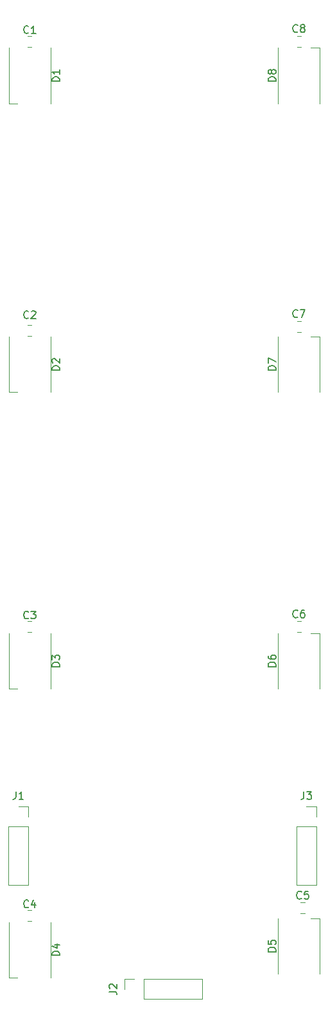
<source format=gbr>
%TF.GenerationSoftware,KiCad,Pcbnew,(5.1.6)-1*%
%TF.CreationDate,2020-10-09T22:46:55+01:00*%
%TF.ProjectId,LED Panel,4c454420-5061-46e6-956c-2e6b69636164,rev?*%
%TF.SameCoordinates,Original*%
%TF.FileFunction,Legend,Top*%
%TF.FilePolarity,Positive*%
%FSLAX46Y46*%
G04 Gerber Fmt 4.6, Leading zero omitted, Abs format (unit mm)*
G04 Created by KiCad (PCBNEW (5.1.6)-1) date 2020-10-09 22:46:55*
%MOMM*%
%LPD*%
G01*
G04 APERTURE LIST*
%ADD10C,0.120000*%
%ADD11C,0.150000*%
G04 APERTURE END LIST*
D10*
%TO.C,C1*%
X112758578Y-37290000D02*
X112241422Y-37290000D01*
X112758578Y-38710000D02*
X112241422Y-38710000D01*
%TO.C,C2*%
X112758578Y-76710000D02*
X112241422Y-76710000D01*
X112758578Y-75290000D02*
X112241422Y-75290000D01*
%TO.C,C3*%
X112758578Y-114290000D02*
X112241422Y-114290000D01*
X112758578Y-115710000D02*
X112241422Y-115710000D01*
%TO.C,C4*%
X112758578Y-153710000D02*
X112241422Y-153710000D01*
X112758578Y-152290000D02*
X112241422Y-152290000D01*
%TO.C,C5*%
X148241422Y-152710000D02*
X148758578Y-152710000D01*
X148241422Y-151290000D02*
X148758578Y-151290000D01*
%TO.C,C6*%
X147741422Y-114290000D02*
X148258578Y-114290000D01*
X147741422Y-115710000D02*
X148258578Y-115710000D01*
%TO.C,C7*%
X147741422Y-76210000D02*
X148258578Y-76210000D01*
X147741422Y-74790000D02*
X148258578Y-74790000D01*
%TO.C,C8*%
X147741422Y-37290000D02*
X148258578Y-37290000D01*
X147741422Y-38710000D02*
X148258578Y-38710000D01*
%TO.C,D1*%
X109750000Y-46150000D02*
X110900000Y-46150000D01*
X109750000Y-38850000D02*
X109750000Y-46150000D01*
X115250000Y-38850000D02*
X115250000Y-46150000D01*
%TO.C,D2*%
X115250000Y-76850000D02*
X115250000Y-84150000D01*
X109750000Y-76850000D02*
X109750000Y-84150000D01*
X109750000Y-84150000D02*
X110900000Y-84150000D01*
%TO.C,D3*%
X109750000Y-123150000D02*
X110900000Y-123150000D01*
X109750000Y-115850000D02*
X109750000Y-123150000D01*
X115250000Y-115850000D02*
X115250000Y-123150000D01*
%TO.C,D4*%
X115250000Y-153850000D02*
X115250000Y-161150000D01*
X109750000Y-153850000D02*
X109750000Y-161150000D01*
X109750000Y-161150000D02*
X110900000Y-161150000D01*
%TO.C,D5*%
X150750000Y-153350000D02*
X149600000Y-153350000D01*
X150750000Y-160650000D02*
X150750000Y-153350000D01*
X145250000Y-160650000D02*
X145250000Y-153350000D01*
%TO.C,D6*%
X145250000Y-123150000D02*
X145250000Y-115850000D01*
X150750000Y-123150000D02*
X150750000Y-115850000D01*
X150750000Y-115850000D02*
X149600000Y-115850000D01*
%TO.C,D7*%
X150750000Y-76850000D02*
X149600000Y-76850000D01*
X150750000Y-84150000D02*
X150750000Y-76850000D01*
X145250000Y-84150000D02*
X145250000Y-76850000D01*
%TO.C,D8*%
X145250000Y-46150000D02*
X145250000Y-38850000D01*
X150750000Y-46150000D02*
X150750000Y-38850000D01*
X150750000Y-38850000D02*
X149600000Y-38850000D01*
%TO.C,J1*%
X109670000Y-141270000D02*
X112330000Y-141270000D01*
X109670000Y-141270000D02*
X109670000Y-148950000D01*
X109670000Y-148950000D02*
X112330000Y-148950000D01*
X112330000Y-141270000D02*
X112330000Y-148950000D01*
X112330000Y-138670000D02*
X112330000Y-140000000D01*
X111000000Y-138670000D02*
X112330000Y-138670000D01*
%TO.C,J2*%
X127570000Y-163990000D02*
X127570000Y-161330000D01*
X127570000Y-163990000D02*
X135250000Y-163990000D01*
X135250000Y-163990000D02*
X135250000Y-161330000D01*
X127570000Y-161330000D02*
X135250000Y-161330000D01*
X124970000Y-161330000D02*
X126300000Y-161330000D01*
X124970000Y-162660000D02*
X124970000Y-161330000D01*
%TO.C,J3*%
X149000000Y-138670000D02*
X150330000Y-138670000D01*
X150330000Y-138670000D02*
X150330000Y-140000000D01*
X150330000Y-141270000D02*
X150330000Y-148950000D01*
X147670000Y-148950000D02*
X150330000Y-148950000D01*
X147670000Y-141270000D02*
X147670000Y-148950000D01*
X147670000Y-141270000D02*
X150330000Y-141270000D01*
%TO.C,C1*%
D11*
X112333333Y-36857142D02*
X112285714Y-36904761D01*
X112142857Y-36952380D01*
X112047619Y-36952380D01*
X111904761Y-36904761D01*
X111809523Y-36809523D01*
X111761904Y-36714285D01*
X111714285Y-36523809D01*
X111714285Y-36380952D01*
X111761904Y-36190476D01*
X111809523Y-36095238D01*
X111904761Y-36000000D01*
X112047619Y-35952380D01*
X112142857Y-35952380D01*
X112285714Y-36000000D01*
X112333333Y-36047619D01*
X113285714Y-36952380D02*
X112714285Y-36952380D01*
X113000000Y-36952380D02*
X113000000Y-35952380D01*
X112904761Y-36095238D01*
X112809523Y-36190476D01*
X112714285Y-36238095D01*
%TO.C,C2*%
X112333333Y-74357142D02*
X112285714Y-74404761D01*
X112142857Y-74452380D01*
X112047619Y-74452380D01*
X111904761Y-74404761D01*
X111809523Y-74309523D01*
X111761904Y-74214285D01*
X111714285Y-74023809D01*
X111714285Y-73880952D01*
X111761904Y-73690476D01*
X111809523Y-73595238D01*
X111904761Y-73500000D01*
X112047619Y-73452380D01*
X112142857Y-73452380D01*
X112285714Y-73500000D01*
X112333333Y-73547619D01*
X112714285Y-73547619D02*
X112761904Y-73500000D01*
X112857142Y-73452380D01*
X113095238Y-73452380D01*
X113190476Y-73500000D01*
X113238095Y-73547619D01*
X113285714Y-73642857D01*
X113285714Y-73738095D01*
X113238095Y-73880952D01*
X112666666Y-74452380D01*
X113285714Y-74452380D01*
%TO.C,C3*%
X112333333Y-113857142D02*
X112285714Y-113904761D01*
X112142857Y-113952380D01*
X112047619Y-113952380D01*
X111904761Y-113904761D01*
X111809523Y-113809523D01*
X111761904Y-113714285D01*
X111714285Y-113523809D01*
X111714285Y-113380952D01*
X111761904Y-113190476D01*
X111809523Y-113095238D01*
X111904761Y-113000000D01*
X112047619Y-112952380D01*
X112142857Y-112952380D01*
X112285714Y-113000000D01*
X112333333Y-113047619D01*
X112666666Y-112952380D02*
X113285714Y-112952380D01*
X112952380Y-113333333D01*
X113095238Y-113333333D01*
X113190476Y-113380952D01*
X113238095Y-113428571D01*
X113285714Y-113523809D01*
X113285714Y-113761904D01*
X113238095Y-113857142D01*
X113190476Y-113904761D01*
X113095238Y-113952380D01*
X112809523Y-113952380D01*
X112714285Y-113904761D01*
X112666666Y-113857142D01*
%TO.C,C4*%
X112333333Y-151857142D02*
X112285714Y-151904761D01*
X112142857Y-151952380D01*
X112047619Y-151952380D01*
X111904761Y-151904761D01*
X111809523Y-151809523D01*
X111761904Y-151714285D01*
X111714285Y-151523809D01*
X111714285Y-151380952D01*
X111761904Y-151190476D01*
X111809523Y-151095238D01*
X111904761Y-151000000D01*
X112047619Y-150952380D01*
X112142857Y-150952380D01*
X112285714Y-151000000D01*
X112333333Y-151047619D01*
X113190476Y-151285714D02*
X113190476Y-151952380D01*
X112952380Y-150904761D02*
X112714285Y-151619047D01*
X113333333Y-151619047D01*
%TO.C,C5*%
X148333333Y-150707142D02*
X148285714Y-150754761D01*
X148142857Y-150802380D01*
X148047619Y-150802380D01*
X147904761Y-150754761D01*
X147809523Y-150659523D01*
X147761904Y-150564285D01*
X147714285Y-150373809D01*
X147714285Y-150230952D01*
X147761904Y-150040476D01*
X147809523Y-149945238D01*
X147904761Y-149850000D01*
X148047619Y-149802380D01*
X148142857Y-149802380D01*
X148285714Y-149850000D01*
X148333333Y-149897619D01*
X149238095Y-149802380D02*
X148761904Y-149802380D01*
X148714285Y-150278571D01*
X148761904Y-150230952D01*
X148857142Y-150183333D01*
X149095238Y-150183333D01*
X149190476Y-150230952D01*
X149238095Y-150278571D01*
X149285714Y-150373809D01*
X149285714Y-150611904D01*
X149238095Y-150707142D01*
X149190476Y-150754761D01*
X149095238Y-150802380D01*
X148857142Y-150802380D01*
X148761904Y-150754761D01*
X148714285Y-150707142D01*
%TO.C,C6*%
X147833333Y-113707142D02*
X147785714Y-113754761D01*
X147642857Y-113802380D01*
X147547619Y-113802380D01*
X147404761Y-113754761D01*
X147309523Y-113659523D01*
X147261904Y-113564285D01*
X147214285Y-113373809D01*
X147214285Y-113230952D01*
X147261904Y-113040476D01*
X147309523Y-112945238D01*
X147404761Y-112850000D01*
X147547619Y-112802380D01*
X147642857Y-112802380D01*
X147785714Y-112850000D01*
X147833333Y-112897619D01*
X148690476Y-112802380D02*
X148500000Y-112802380D01*
X148404761Y-112850000D01*
X148357142Y-112897619D01*
X148261904Y-113040476D01*
X148214285Y-113230952D01*
X148214285Y-113611904D01*
X148261904Y-113707142D01*
X148309523Y-113754761D01*
X148404761Y-113802380D01*
X148595238Y-113802380D01*
X148690476Y-113754761D01*
X148738095Y-113707142D01*
X148785714Y-113611904D01*
X148785714Y-113373809D01*
X148738095Y-113278571D01*
X148690476Y-113230952D01*
X148595238Y-113183333D01*
X148404761Y-113183333D01*
X148309523Y-113230952D01*
X148261904Y-113278571D01*
X148214285Y-113373809D01*
%TO.C,C7*%
X147833333Y-74207142D02*
X147785714Y-74254761D01*
X147642857Y-74302380D01*
X147547619Y-74302380D01*
X147404761Y-74254761D01*
X147309523Y-74159523D01*
X147261904Y-74064285D01*
X147214285Y-73873809D01*
X147214285Y-73730952D01*
X147261904Y-73540476D01*
X147309523Y-73445238D01*
X147404761Y-73350000D01*
X147547619Y-73302380D01*
X147642857Y-73302380D01*
X147785714Y-73350000D01*
X147833333Y-73397619D01*
X148166666Y-73302380D02*
X148833333Y-73302380D01*
X148404761Y-74302380D01*
%TO.C,C8*%
X147833333Y-36707142D02*
X147785714Y-36754761D01*
X147642857Y-36802380D01*
X147547619Y-36802380D01*
X147404761Y-36754761D01*
X147309523Y-36659523D01*
X147261904Y-36564285D01*
X147214285Y-36373809D01*
X147214285Y-36230952D01*
X147261904Y-36040476D01*
X147309523Y-35945238D01*
X147404761Y-35850000D01*
X147547619Y-35802380D01*
X147642857Y-35802380D01*
X147785714Y-35850000D01*
X147833333Y-35897619D01*
X148404761Y-36230952D02*
X148309523Y-36183333D01*
X148261904Y-36135714D01*
X148214285Y-36040476D01*
X148214285Y-35992857D01*
X148261904Y-35897619D01*
X148309523Y-35850000D01*
X148404761Y-35802380D01*
X148595238Y-35802380D01*
X148690476Y-35850000D01*
X148738095Y-35897619D01*
X148785714Y-35992857D01*
X148785714Y-36040476D01*
X148738095Y-36135714D01*
X148690476Y-36183333D01*
X148595238Y-36230952D01*
X148404761Y-36230952D01*
X148309523Y-36278571D01*
X148261904Y-36326190D01*
X148214285Y-36421428D01*
X148214285Y-36611904D01*
X148261904Y-36707142D01*
X148309523Y-36754761D01*
X148404761Y-36802380D01*
X148595238Y-36802380D01*
X148690476Y-36754761D01*
X148738095Y-36707142D01*
X148785714Y-36611904D01*
X148785714Y-36421428D01*
X148738095Y-36326190D01*
X148690476Y-36278571D01*
X148595238Y-36230952D01*
%TO.C,D1*%
X116452380Y-43238095D02*
X115452380Y-43238095D01*
X115452380Y-43000000D01*
X115500000Y-42857142D01*
X115595238Y-42761904D01*
X115690476Y-42714285D01*
X115880952Y-42666666D01*
X116023809Y-42666666D01*
X116214285Y-42714285D01*
X116309523Y-42761904D01*
X116404761Y-42857142D01*
X116452380Y-43000000D01*
X116452380Y-43238095D01*
X116452380Y-41714285D02*
X116452380Y-42285714D01*
X116452380Y-42000000D02*
X115452380Y-42000000D01*
X115595238Y-42095238D01*
X115690476Y-42190476D01*
X115738095Y-42285714D01*
%TO.C,D2*%
X116452380Y-81238095D02*
X115452380Y-81238095D01*
X115452380Y-81000000D01*
X115500000Y-80857142D01*
X115595238Y-80761904D01*
X115690476Y-80714285D01*
X115880952Y-80666666D01*
X116023809Y-80666666D01*
X116214285Y-80714285D01*
X116309523Y-80761904D01*
X116404761Y-80857142D01*
X116452380Y-81000000D01*
X116452380Y-81238095D01*
X115547619Y-80285714D02*
X115500000Y-80238095D01*
X115452380Y-80142857D01*
X115452380Y-79904761D01*
X115500000Y-79809523D01*
X115547619Y-79761904D01*
X115642857Y-79714285D01*
X115738095Y-79714285D01*
X115880952Y-79761904D01*
X116452380Y-80333333D01*
X116452380Y-79714285D01*
%TO.C,D3*%
X116452380Y-120238095D02*
X115452380Y-120238095D01*
X115452380Y-120000000D01*
X115500000Y-119857142D01*
X115595238Y-119761904D01*
X115690476Y-119714285D01*
X115880952Y-119666666D01*
X116023809Y-119666666D01*
X116214285Y-119714285D01*
X116309523Y-119761904D01*
X116404761Y-119857142D01*
X116452380Y-120000000D01*
X116452380Y-120238095D01*
X115452380Y-119333333D02*
X115452380Y-118714285D01*
X115833333Y-119047619D01*
X115833333Y-118904761D01*
X115880952Y-118809523D01*
X115928571Y-118761904D01*
X116023809Y-118714285D01*
X116261904Y-118714285D01*
X116357142Y-118761904D01*
X116404761Y-118809523D01*
X116452380Y-118904761D01*
X116452380Y-119190476D01*
X116404761Y-119285714D01*
X116357142Y-119333333D01*
%TO.C,D4*%
X116452380Y-158238095D02*
X115452380Y-158238095D01*
X115452380Y-158000000D01*
X115500000Y-157857142D01*
X115595238Y-157761904D01*
X115690476Y-157714285D01*
X115880952Y-157666666D01*
X116023809Y-157666666D01*
X116214285Y-157714285D01*
X116309523Y-157761904D01*
X116404761Y-157857142D01*
X116452380Y-158000000D01*
X116452380Y-158238095D01*
X115785714Y-156809523D02*
X116452380Y-156809523D01*
X115404761Y-157047619D02*
X116119047Y-157285714D01*
X116119047Y-156666666D01*
%TO.C,D5*%
X144952380Y-157738095D02*
X143952380Y-157738095D01*
X143952380Y-157500000D01*
X144000000Y-157357142D01*
X144095238Y-157261904D01*
X144190476Y-157214285D01*
X144380952Y-157166666D01*
X144523809Y-157166666D01*
X144714285Y-157214285D01*
X144809523Y-157261904D01*
X144904761Y-157357142D01*
X144952380Y-157500000D01*
X144952380Y-157738095D01*
X143952380Y-156261904D02*
X143952380Y-156738095D01*
X144428571Y-156785714D01*
X144380952Y-156738095D01*
X144333333Y-156642857D01*
X144333333Y-156404761D01*
X144380952Y-156309523D01*
X144428571Y-156261904D01*
X144523809Y-156214285D01*
X144761904Y-156214285D01*
X144857142Y-156261904D01*
X144904761Y-156309523D01*
X144952380Y-156404761D01*
X144952380Y-156642857D01*
X144904761Y-156738095D01*
X144857142Y-156785714D01*
%TO.C,D6*%
X144952380Y-120238095D02*
X143952380Y-120238095D01*
X143952380Y-120000000D01*
X144000000Y-119857142D01*
X144095238Y-119761904D01*
X144190476Y-119714285D01*
X144380952Y-119666666D01*
X144523809Y-119666666D01*
X144714285Y-119714285D01*
X144809523Y-119761904D01*
X144904761Y-119857142D01*
X144952380Y-120000000D01*
X144952380Y-120238095D01*
X143952380Y-118809523D02*
X143952380Y-119000000D01*
X144000000Y-119095238D01*
X144047619Y-119142857D01*
X144190476Y-119238095D01*
X144380952Y-119285714D01*
X144761904Y-119285714D01*
X144857142Y-119238095D01*
X144904761Y-119190476D01*
X144952380Y-119095238D01*
X144952380Y-118904761D01*
X144904761Y-118809523D01*
X144857142Y-118761904D01*
X144761904Y-118714285D01*
X144523809Y-118714285D01*
X144428571Y-118761904D01*
X144380952Y-118809523D01*
X144333333Y-118904761D01*
X144333333Y-119095238D01*
X144380952Y-119190476D01*
X144428571Y-119238095D01*
X144523809Y-119285714D01*
%TO.C,D7*%
X144952380Y-81238095D02*
X143952380Y-81238095D01*
X143952380Y-81000000D01*
X144000000Y-80857142D01*
X144095238Y-80761904D01*
X144190476Y-80714285D01*
X144380952Y-80666666D01*
X144523809Y-80666666D01*
X144714285Y-80714285D01*
X144809523Y-80761904D01*
X144904761Y-80857142D01*
X144952380Y-81000000D01*
X144952380Y-81238095D01*
X143952380Y-80333333D02*
X143952380Y-79666666D01*
X144952380Y-80095238D01*
%TO.C,D8*%
X144952380Y-43238095D02*
X143952380Y-43238095D01*
X143952380Y-43000000D01*
X144000000Y-42857142D01*
X144095238Y-42761904D01*
X144190476Y-42714285D01*
X144380952Y-42666666D01*
X144523809Y-42666666D01*
X144714285Y-42714285D01*
X144809523Y-42761904D01*
X144904761Y-42857142D01*
X144952380Y-43000000D01*
X144952380Y-43238095D01*
X144380952Y-42095238D02*
X144333333Y-42190476D01*
X144285714Y-42238095D01*
X144190476Y-42285714D01*
X144142857Y-42285714D01*
X144047619Y-42238095D01*
X144000000Y-42190476D01*
X143952380Y-42095238D01*
X143952380Y-41904761D01*
X144000000Y-41809523D01*
X144047619Y-41761904D01*
X144142857Y-41714285D01*
X144190476Y-41714285D01*
X144285714Y-41761904D01*
X144333333Y-41809523D01*
X144380952Y-41904761D01*
X144380952Y-42095238D01*
X144428571Y-42190476D01*
X144476190Y-42238095D01*
X144571428Y-42285714D01*
X144761904Y-42285714D01*
X144857142Y-42238095D01*
X144904761Y-42190476D01*
X144952380Y-42095238D01*
X144952380Y-41904761D01*
X144904761Y-41809523D01*
X144857142Y-41761904D01*
X144761904Y-41714285D01*
X144571428Y-41714285D01*
X144476190Y-41761904D01*
X144428571Y-41809523D01*
X144380952Y-41904761D01*
%TO.C,J1*%
X110666666Y-136682380D02*
X110666666Y-137396666D01*
X110619047Y-137539523D01*
X110523809Y-137634761D01*
X110380952Y-137682380D01*
X110285714Y-137682380D01*
X111666666Y-137682380D02*
X111095238Y-137682380D01*
X111380952Y-137682380D02*
X111380952Y-136682380D01*
X111285714Y-136825238D01*
X111190476Y-136920476D01*
X111095238Y-136968095D01*
%TO.C,J2*%
X122982380Y-162993333D02*
X123696666Y-162993333D01*
X123839523Y-163040952D01*
X123934761Y-163136190D01*
X123982380Y-163279047D01*
X123982380Y-163374285D01*
X123077619Y-162564761D02*
X123030000Y-162517142D01*
X122982380Y-162421904D01*
X122982380Y-162183809D01*
X123030000Y-162088571D01*
X123077619Y-162040952D01*
X123172857Y-161993333D01*
X123268095Y-161993333D01*
X123410952Y-162040952D01*
X123982380Y-162612380D01*
X123982380Y-161993333D01*
%TO.C,J3*%
X148666666Y-136682380D02*
X148666666Y-137396666D01*
X148619047Y-137539523D01*
X148523809Y-137634761D01*
X148380952Y-137682380D01*
X148285714Y-137682380D01*
X149047619Y-136682380D02*
X149666666Y-136682380D01*
X149333333Y-137063333D01*
X149476190Y-137063333D01*
X149571428Y-137110952D01*
X149619047Y-137158571D01*
X149666666Y-137253809D01*
X149666666Y-137491904D01*
X149619047Y-137587142D01*
X149571428Y-137634761D01*
X149476190Y-137682380D01*
X149190476Y-137682380D01*
X149095238Y-137634761D01*
X149047619Y-137587142D01*
%TD*%
M02*

</source>
